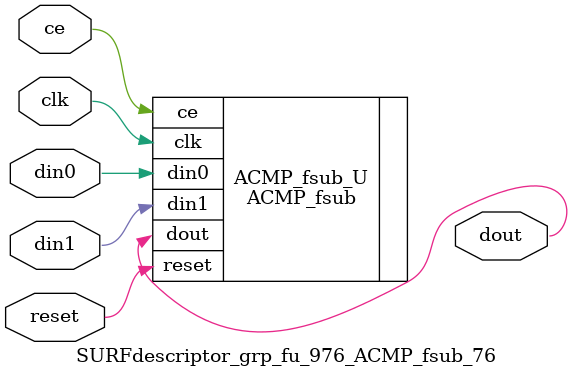
<source format=v>

`timescale 1 ns / 1 ps
module SURFdescriptor_grp_fu_976_ACMP_fsub_76(
    clk,
    reset,
    ce,
    din0,
    din1,
    dout);

parameter ID = 32'd1;
parameter NUM_STAGE = 32'd1;
parameter din0_WIDTH = 32'd1;
parameter din1_WIDTH = 32'd1;
parameter dout_WIDTH = 32'd1;
input clk;
input reset;
input ce;
input[din0_WIDTH - 1:0] din0;
input[din1_WIDTH - 1:0] din1;
output[dout_WIDTH - 1:0] dout;



ACMP_fsub #(
.ID( ID ),
.NUM_STAGE( 4 ),
.din0_WIDTH( din0_WIDTH ),
.din1_WIDTH( din1_WIDTH ),
.dout_WIDTH( dout_WIDTH ))
ACMP_fsub_U(
    .clk( clk ),
    .reset( reset ),
    .ce( ce ),
    .din0( din0 ),
    .din1( din1 ),
    .dout( dout ));

endmodule

</source>
